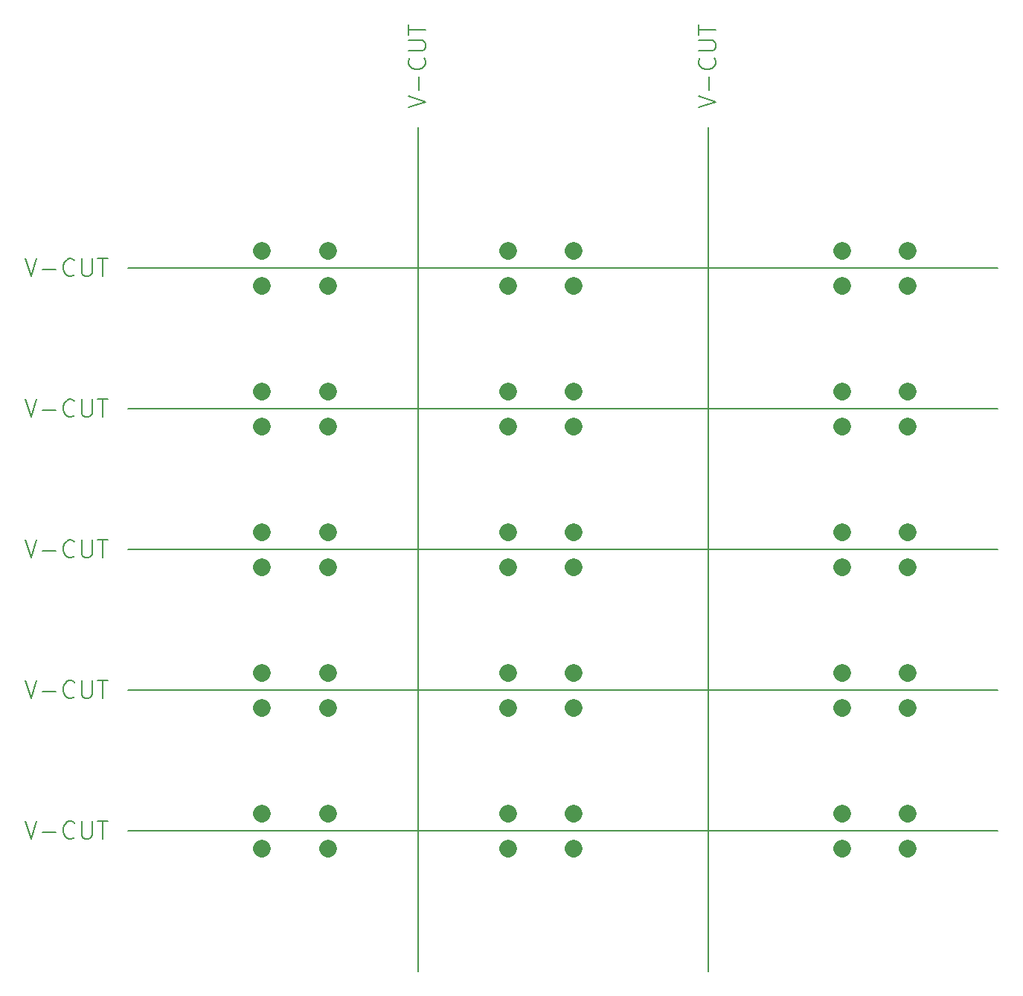
<source format=gbr>
G04 #@! TF.GenerationSoftware,KiCad,Pcbnew,(5.1.10)-1*
G04 #@! TF.CreationDate,2021-12-18T23:32:26-05:00*
G04 #@! TF.ProjectId,PCBWrench_panelized,50434257-7265-46e6-9368-5f70616e656c,rev?*
G04 #@! TF.SameCoordinates,Original*
G04 #@! TF.FileFunction,Other,ECO1*
%FSLAX46Y46*%
G04 Gerber Fmt 4.6, Leading zero omitted, Abs format (unit mm)*
G04 Created by KiCad (PCBNEW (5.1.10)-1) date 2021-12-18 23:32:26*
%MOMM*%
%LPD*%
G01*
G04 APERTURE LIST*
%ADD10C,0.150000*%
%ADD11C,2.000000*%
G04 APERTURE END LIST*
D10*
X-11716547Y-172904761D02*
X-11049880Y-174904761D01*
X-10383214Y-172904761D01*
X-9716547Y-174142857D02*
X-8192738Y-174142857D01*
X-6097499Y-174714285D02*
X-6192738Y-174809523D01*
X-6478452Y-174904761D01*
X-6668928Y-174904761D01*
X-6954642Y-174809523D01*
X-7145119Y-174619047D01*
X-7240357Y-174428571D01*
X-7335595Y-174047619D01*
X-7335595Y-173761904D01*
X-7240357Y-173380952D01*
X-7145119Y-173190476D01*
X-6954642Y-173000000D01*
X-6668928Y-172904761D01*
X-6478452Y-172904761D01*
X-6192738Y-173000000D01*
X-6097499Y-173095238D01*
X-5240357Y-172904761D02*
X-5240357Y-174523809D01*
X-5145119Y-174714285D01*
X-5049880Y-174809523D01*
X-4859404Y-174904761D01*
X-4478452Y-174904761D01*
X-4287976Y-174809523D01*
X-4192738Y-174714285D01*
X-4097499Y-174523809D01*
X-4097499Y-172904761D01*
X-3430833Y-172904761D02*
X-2287976Y-172904761D01*
X-2859404Y-174904761D02*
X-2859404Y-172904761D01*
X-11716547Y-156904761D02*
X-11049880Y-158904761D01*
X-10383214Y-156904761D01*
X-9716547Y-158142857D02*
X-8192738Y-158142857D01*
X-6097499Y-158714285D02*
X-6192738Y-158809523D01*
X-6478452Y-158904761D01*
X-6668928Y-158904761D01*
X-6954642Y-158809523D01*
X-7145119Y-158619047D01*
X-7240357Y-158428571D01*
X-7335595Y-158047619D01*
X-7335595Y-157761904D01*
X-7240357Y-157380952D01*
X-7145119Y-157190476D01*
X-6954642Y-157000000D01*
X-6668928Y-156904761D01*
X-6478452Y-156904761D01*
X-6192738Y-157000000D01*
X-6097499Y-157095238D01*
X-5240357Y-156904761D02*
X-5240357Y-158523809D01*
X-5145119Y-158714285D01*
X-5049880Y-158809523D01*
X-4859404Y-158904761D01*
X-4478452Y-158904761D01*
X-4287976Y-158809523D01*
X-4192738Y-158714285D01*
X-4097499Y-158523809D01*
X-4097499Y-156904761D01*
X-3430833Y-156904761D02*
X-2287976Y-156904761D01*
X-2859404Y-158904761D02*
X-2859404Y-156904761D01*
X-11716547Y-140904761D02*
X-11049880Y-142904761D01*
X-10383214Y-140904761D01*
X-9716547Y-142142857D02*
X-8192738Y-142142857D01*
X-6097499Y-142714285D02*
X-6192738Y-142809523D01*
X-6478452Y-142904761D01*
X-6668928Y-142904761D01*
X-6954642Y-142809523D01*
X-7145119Y-142619047D01*
X-7240357Y-142428571D01*
X-7335595Y-142047619D01*
X-7335595Y-141761904D01*
X-7240357Y-141380952D01*
X-7145119Y-141190476D01*
X-6954642Y-141000000D01*
X-6668928Y-140904761D01*
X-6478452Y-140904761D01*
X-6192738Y-141000000D01*
X-6097499Y-141095238D01*
X-5240357Y-140904761D02*
X-5240357Y-142523809D01*
X-5145119Y-142714285D01*
X-5049880Y-142809523D01*
X-4859404Y-142904761D01*
X-4478452Y-142904761D01*
X-4287976Y-142809523D01*
X-4192738Y-142714285D01*
X-4097499Y-142523809D01*
X-4097499Y-140904761D01*
X-3430833Y-140904761D02*
X-2287976Y-140904761D01*
X-2859404Y-142904761D02*
X-2859404Y-140904761D01*
X-11716547Y-124904761D02*
X-11049880Y-126904761D01*
X-10383214Y-124904761D01*
X-9716547Y-126142857D02*
X-8192738Y-126142857D01*
X-6097499Y-126714285D02*
X-6192738Y-126809523D01*
X-6478452Y-126904761D01*
X-6668928Y-126904761D01*
X-6954642Y-126809523D01*
X-7145119Y-126619047D01*
X-7240357Y-126428571D01*
X-7335595Y-126047619D01*
X-7335595Y-125761904D01*
X-7240357Y-125380952D01*
X-7145119Y-125190476D01*
X-6954642Y-125000000D01*
X-6668928Y-124904761D01*
X-6478452Y-124904761D01*
X-6192738Y-125000000D01*
X-6097499Y-125095238D01*
X-5240357Y-124904761D02*
X-5240357Y-126523809D01*
X-5145119Y-126714285D01*
X-5049880Y-126809523D01*
X-4859404Y-126904761D01*
X-4478452Y-126904761D01*
X-4287976Y-126809523D01*
X-4192738Y-126714285D01*
X-4097499Y-126523809D01*
X-4097499Y-124904761D01*
X-3430833Y-124904761D02*
X-2287976Y-124904761D01*
X-2859404Y-126904761D02*
X-2859404Y-124904761D01*
X0Y-174000000D02*
X99000000Y-174000000D01*
X0Y-158000000D02*
X99000000Y-158000000D01*
X0Y-142000000D02*
X99000000Y-142000000D01*
X0Y-126000000D02*
X99000000Y-126000000D01*
X0Y-110000000D02*
X99000000Y-110000000D01*
X-11716547Y-108904761D02*
X-11049880Y-110904761D01*
X-10383214Y-108904761D01*
X-9716547Y-110142857D02*
X-8192738Y-110142857D01*
X-6097499Y-110714285D02*
X-6192738Y-110809523D01*
X-6478452Y-110904761D01*
X-6668928Y-110904761D01*
X-6954642Y-110809523D01*
X-7145119Y-110619047D01*
X-7240357Y-110428571D01*
X-7335595Y-110047619D01*
X-7335595Y-109761904D01*
X-7240357Y-109380952D01*
X-7145119Y-109190476D01*
X-6954642Y-109000000D01*
X-6668928Y-108904761D01*
X-6478452Y-108904761D01*
X-6192738Y-109000000D01*
X-6097499Y-109095238D01*
X-5240357Y-108904761D02*
X-5240357Y-110523809D01*
X-5145119Y-110714285D01*
X-5049880Y-110809523D01*
X-4859404Y-110904761D01*
X-4478452Y-110904761D01*
X-4287976Y-110809523D01*
X-4192738Y-110714285D01*
X-4097499Y-110523809D01*
X-4097499Y-108904761D01*
X-3430833Y-108904761D02*
X-2287976Y-108904761D01*
X-2859404Y-110904761D02*
X-2859404Y-108904761D01*
X66000000Y-94000000D02*
X66000000Y-190000000D01*
X64904761Y-91712023D02*
X66904761Y-91045357D01*
X64904761Y-90378690D01*
X66142857Y-89712023D02*
X66142857Y-88188214D01*
X66714285Y-86092976D02*
X66809523Y-86188214D01*
X66904761Y-86473928D01*
X66904761Y-86664404D01*
X66809523Y-86950119D01*
X66619047Y-87140595D01*
X66428571Y-87235833D01*
X66047619Y-87331071D01*
X65761904Y-87331071D01*
X65380952Y-87235833D01*
X65190476Y-87140595D01*
X65000000Y-86950119D01*
X64904761Y-86664404D01*
X64904761Y-86473928D01*
X65000000Y-86188214D01*
X65095238Y-86092976D01*
X64904761Y-85235833D02*
X66523809Y-85235833D01*
X66714285Y-85140595D01*
X66809523Y-85045357D01*
X66904761Y-84854880D01*
X66904761Y-84473928D01*
X66809523Y-84283452D01*
X66714285Y-84188214D01*
X66523809Y-84092976D01*
X64904761Y-84092976D01*
X64904761Y-83426309D02*
X64904761Y-82283452D01*
X66904761Y-82854880D02*
X64904761Y-82854880D01*
X33000000Y-94000000D02*
X33000000Y-190000000D01*
X31904761Y-91712023D02*
X33904761Y-91045357D01*
X31904761Y-90378690D01*
X33142857Y-89712023D02*
X33142857Y-88188214D01*
X33714285Y-86092976D02*
X33809523Y-86188214D01*
X33904761Y-86473928D01*
X33904761Y-86664404D01*
X33809523Y-86950119D01*
X33619047Y-87140595D01*
X33428571Y-87235833D01*
X33047619Y-87331071D01*
X32761904Y-87331071D01*
X32380952Y-87235833D01*
X32190476Y-87140595D01*
X32000000Y-86950119D01*
X31904761Y-86664404D01*
X31904761Y-86473928D01*
X32000000Y-86188214D01*
X32095238Y-86092976D01*
X31904761Y-85235833D02*
X33523809Y-85235833D01*
X33714285Y-85140595D01*
X33809523Y-85045357D01*
X33904761Y-84854880D01*
X33904761Y-84473928D01*
X33809523Y-84283452D01*
X33714285Y-84188214D01*
X33523809Y-84092976D01*
X31904761Y-84092976D01*
X31904761Y-83426309D02*
X31904761Y-82283452D01*
X33904761Y-82854880D02*
X31904761Y-82854880D01*
D11*
X15250000Y-176000000D02*
X15250000Y-176000000D01*
X22750000Y-176000000D02*
X22750000Y-176000000D01*
X15250000Y-160000000D02*
X15250000Y-160000000D01*
X22750000Y-160000000D02*
X22750000Y-160000000D01*
X15250000Y-144000000D02*
X15250000Y-144000000D01*
X22750000Y-144000000D02*
X22750000Y-144000000D01*
X15250000Y-128000000D02*
X15250000Y-128000000D01*
X22750000Y-128000000D02*
X22750000Y-128000000D01*
X15250000Y-112000000D02*
X15250000Y-112000000D01*
X22750000Y-112000000D02*
X22750000Y-112000000D01*
X22750000Y-172000000D02*
X22750000Y-172000000D01*
X15250000Y-172000000D02*
X15250000Y-172000000D01*
X22750000Y-156000000D02*
X22750000Y-156000000D01*
X15250000Y-156000000D02*
X15250000Y-156000000D01*
X22750000Y-140000000D02*
X22750000Y-140000000D01*
X15250000Y-140000000D02*
X15250000Y-140000000D01*
X22750000Y-124000000D02*
X22750000Y-124000000D01*
X15250000Y-124000000D02*
X15250000Y-124000000D01*
X81250000Y-176000000D02*
X81250000Y-176000000D01*
X88750000Y-176000000D02*
X88750000Y-176000000D01*
X81250000Y-160000000D02*
X81250000Y-160000000D01*
X88750000Y-160000000D02*
X88750000Y-160000000D01*
X81250000Y-144000000D02*
X81250000Y-144000000D01*
X88750000Y-144000000D02*
X88750000Y-144000000D01*
X81250000Y-128000000D02*
X81250000Y-128000000D01*
X88750000Y-128000000D02*
X88750000Y-128000000D01*
X81250000Y-112000000D02*
X81250000Y-112000000D01*
X88750000Y-112000000D02*
X88750000Y-112000000D01*
X88750000Y-172000000D02*
X88750000Y-172000000D01*
X81250000Y-172000000D02*
X81250000Y-172000000D01*
X88750000Y-156000000D02*
X88750000Y-156000000D01*
X81250000Y-156000000D02*
X81250000Y-156000000D01*
X88750000Y-140000000D02*
X88750000Y-140000000D01*
X81250000Y-140000000D02*
X81250000Y-140000000D01*
X88750000Y-124000000D02*
X88750000Y-124000000D01*
X81250000Y-124000000D02*
X81250000Y-124000000D01*
X50750000Y-172000000D02*
X50750000Y-172000000D01*
X43250000Y-172000000D02*
X43250000Y-172000000D01*
X50750000Y-156000000D02*
X50750000Y-156000000D01*
X43250000Y-156000000D02*
X43250000Y-156000000D01*
X50750000Y-140000000D02*
X50750000Y-140000000D01*
X43250000Y-140000000D02*
X43250000Y-140000000D01*
X50750000Y-124000000D02*
X50750000Y-124000000D01*
X43250000Y-124000000D02*
X43250000Y-124000000D01*
X43250000Y-176000000D02*
X43250000Y-176000000D01*
X50750000Y-176000000D02*
X50750000Y-176000000D01*
X43250000Y-160000000D02*
X43250000Y-160000000D01*
X50750000Y-160000000D02*
X50750000Y-160000000D01*
X43250000Y-144000000D02*
X43250000Y-144000000D01*
X50750000Y-144000000D02*
X50750000Y-144000000D01*
X43250000Y-128000000D02*
X43250000Y-128000000D01*
X50750000Y-128000000D02*
X50750000Y-128000000D01*
X43250000Y-112000000D02*
X43250000Y-112000000D01*
X50750000Y-112000000D02*
X50750000Y-112000000D01*
X81250000Y-108000000D02*
X81250000Y-108000000D01*
X88750000Y-108000000D02*
X88750000Y-108000000D01*
X43250000Y-108000000D02*
X43250000Y-108000000D01*
X50750000Y-108000000D02*
X50750000Y-108000000D01*
X15250000Y-108000000D02*
X15250000Y-108000000D01*
X22750000Y-108000000D02*
X22750000Y-108000000D01*
M02*

</source>
